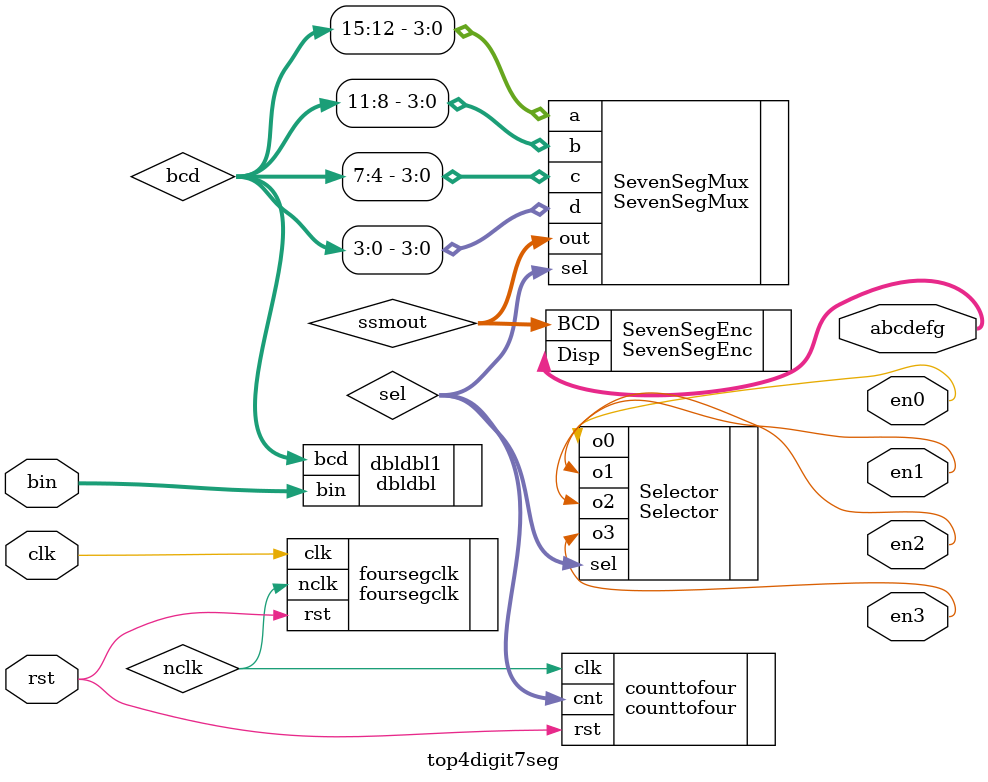
<source format=v>
module top4digit7seg(
input clk,rst,
input [15:0] bin,
output [6:0] abcdefg,
output  en0, en1, en2, en3//reg???
);
wire [1:0] sel;
wire nclk;
wire [3:0] ssmout;
wire [15:0]bcd;
dbldbl dbldbl1(
.bin(bin),
.bcd(bcd)
	 );
	 
SevenSegMux SevenSegMux(
.out(ssmout), 
.a(bcd[15:12]),
.b(bcd[11:8]),
.c(bcd[7:4]),
.d(bcd[3:0]),  
.sel(sel)
    );

SevenSegEnc SevenSegEnc(
	.Disp(abcdefg),
	.BCD(ssmout)
);

Selector Selector(
.o0(en0),
.o1(en1), 
.o2(en2),
.o3(en3),
.sel(sel)
);

counttofour counttofour(
.clk(nclk),
.rst(rst),
.cnt(sel)
); 

foursegclk foursegclk(
.clk(clk),
.rst(rst),
.nclk(nclk)

);

endmodule

</source>
